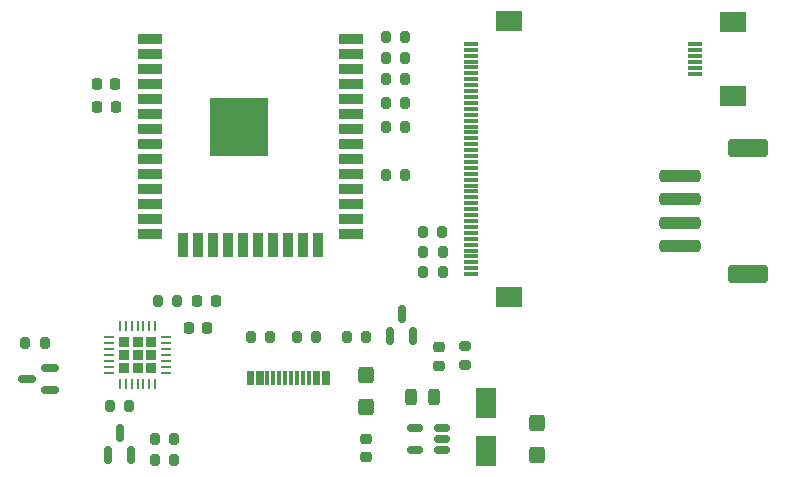
<source format=gbr>
%TF.GenerationSoftware,KiCad,Pcbnew,6.0.2+dfsg-1*%
%TF.CreationDate,2022-09-10T17:36:13-07:00*%
%TF.ProjectId,OpenHasp-1Gang,4f70656e-4861-4737-902d-3147616e672e,rev?*%
%TF.SameCoordinates,Original*%
%TF.FileFunction,Paste,Top*%
%TF.FilePolarity,Positive*%
%FSLAX46Y46*%
G04 Gerber Fmt 4.6, Leading zero omitted, Abs format (unit mm)*
G04 Created by KiCad (PCBNEW 6.0.2+dfsg-1) date 2022-09-10 17:36:13*
%MOMM*%
%LPD*%
G01*
G04 APERTURE LIST*
G04 Aperture macros list*
%AMRoundRect*
0 Rectangle with rounded corners*
0 $1 Rounding radius*
0 $2 $3 $4 $5 $6 $7 $8 $9 X,Y pos of 4 corners*
0 Add a 4 corners polygon primitive as box body*
4,1,4,$2,$3,$4,$5,$6,$7,$8,$9,$2,$3,0*
0 Add four circle primitives for the rounded corners*
1,1,$1+$1,$2,$3*
1,1,$1+$1,$4,$5*
1,1,$1+$1,$6,$7*
1,1,$1+$1,$8,$9*
0 Add four rect primitives between the rounded corners*
20,1,$1+$1,$2,$3,$4,$5,0*
20,1,$1+$1,$4,$5,$6,$7,0*
20,1,$1+$1,$6,$7,$8,$9,0*
20,1,$1+$1,$8,$9,$2,$3,0*%
G04 Aperture macros list end*
%ADD10RoundRect,0.225000X0.250000X-0.225000X0.250000X0.225000X-0.250000X0.225000X-0.250000X-0.225000X0*%
%ADD11R,1.300000X0.300000*%
%ADD12R,2.200000X1.800000*%
%ADD13RoundRect,0.150000X0.150000X-0.587500X0.150000X0.587500X-0.150000X0.587500X-0.150000X-0.587500X0*%
%ADD14RoundRect,0.200000X-0.200000X-0.275000X0.200000X-0.275000X0.200000X0.275000X-0.200000X0.275000X0*%
%ADD15RoundRect,0.150000X0.587500X0.150000X-0.587500X0.150000X-0.587500X-0.150000X0.587500X-0.150000X0*%
%ADD16RoundRect,0.200000X0.200000X0.275000X-0.200000X0.275000X-0.200000X-0.275000X0.200000X-0.275000X0*%
%ADD17RoundRect,0.225000X0.225000X0.250000X-0.225000X0.250000X-0.225000X-0.250000X0.225000X-0.250000X0*%
%ADD18RoundRect,0.225000X0.225000X0.225000X-0.225000X0.225000X-0.225000X-0.225000X0.225000X-0.225000X0*%
%ADD19RoundRect,0.062500X0.337500X0.062500X-0.337500X0.062500X-0.337500X-0.062500X0.337500X-0.062500X0*%
%ADD20RoundRect,0.062500X0.062500X0.337500X-0.062500X0.337500X-0.062500X-0.337500X0.062500X-0.337500X0*%
%ADD21RoundRect,0.200000X0.275000X-0.200000X0.275000X0.200000X-0.275000X0.200000X-0.275000X-0.200000X0*%
%ADD22RoundRect,0.225000X-0.225000X-0.250000X0.225000X-0.250000X0.225000X0.250000X-0.225000X0.250000X0*%
%ADD23RoundRect,0.250000X-0.425000X0.450000X-0.425000X-0.450000X0.425000X-0.450000X0.425000X0.450000X0*%
%ADD24R,2.000000X0.900000*%
%ADD25R,0.900000X2.000000*%
%ADD26R,5.000000X5.000000*%
%ADD27RoundRect,0.243750X0.243750X0.456250X-0.243750X0.456250X-0.243750X-0.456250X0.243750X-0.456250X0*%
%ADD28R,0.300000X1.150000*%
%ADD29R,1.800000X2.500000*%
%ADD30RoundRect,0.250000X0.425000X-0.450000X0.425000X0.450000X-0.425000X0.450000X-0.425000X-0.450000X0*%
%ADD31RoundRect,0.150000X0.512500X0.150000X-0.512500X0.150000X-0.512500X-0.150000X0.512500X-0.150000X0*%
%ADD32RoundRect,0.250000X1.500000X-0.250000X1.500000X0.250000X-1.500000X0.250000X-1.500000X-0.250000X0*%
%ADD33RoundRect,0.250001X1.449999X-0.499999X1.449999X0.499999X-1.449999X0.499999X-1.449999X-0.499999X0*%
G04 APERTURE END LIST*
D10*
%TO.C,C7*%
X113230000Y26257000D03*
X113230000Y27807000D03*
%TD*%
D11*
%TO.C,FPC2*%
X141100000Y58740000D03*
X141100000Y59240000D03*
X141100000Y59740000D03*
X141100000Y60240000D03*
X141100000Y60740000D03*
X141100000Y61240000D03*
D12*
X144350000Y56840000D03*
X144350000Y63140000D03*
%TD*%
D13*
%TO.C,Q3*%
X115328000Y36508500D03*
X117228000Y36508500D03*
X116278000Y38383500D03*
%TD*%
D14*
%TO.C,R12*%
X114945000Y61830000D03*
X116595000Y61830000D03*
%TD*%
D15*
%TO.C,Q1*%
X86481500Y31924000D03*
X86481500Y33824000D03*
X84606500Y32874000D03*
%TD*%
D16*
%TO.C,R5*%
X97037000Y27794000D03*
X95387000Y27794000D03*
%TD*%
D17*
%TO.C,C6*%
X92025000Y57870000D03*
X90475000Y57870000D03*
%TD*%
D10*
%TO.C,C2*%
X119457500Y34005000D03*
X119457500Y35555000D03*
%TD*%
D18*
%TO.C,U1*%
X92806000Y33786000D03*
X95046000Y36026000D03*
X93926000Y34906000D03*
X92806000Y36026000D03*
X95046000Y33786000D03*
X93926000Y33786000D03*
X93926000Y36026000D03*
X92806000Y34906000D03*
X95046000Y34906000D03*
D19*
X96376000Y33406000D03*
X96376000Y33906000D03*
X96376000Y34406000D03*
X96376000Y34906000D03*
X96376000Y35406000D03*
X96376000Y35906000D03*
X96376000Y36406000D03*
D20*
X95426000Y37356000D03*
X94926000Y37356000D03*
X94426000Y37356000D03*
X93926000Y37356000D03*
X93426000Y37356000D03*
X92926000Y37356000D03*
X92426000Y37356000D03*
D19*
X91476000Y36406000D03*
X91476000Y35906000D03*
X91476000Y35406000D03*
X91476000Y34906000D03*
X91476000Y34406000D03*
X91476000Y33906000D03*
X91476000Y33406000D03*
D20*
X92426000Y32456000D03*
X92926000Y32456000D03*
X93426000Y32456000D03*
X93926000Y32456000D03*
X94426000Y32456000D03*
X94926000Y32456000D03*
X95426000Y32456000D03*
%TD*%
D16*
%TO.C,R6*%
X97037000Y26016000D03*
X95387000Y26016000D03*
%TD*%
D21*
%TO.C,R2*%
X121612000Y34045000D03*
X121612000Y35695000D03*
%TD*%
D16*
%TO.C,R1*%
X97291000Y39478000D03*
X95641000Y39478000D03*
%TD*%
D22*
%TO.C,C10*%
X98244000Y37192000D03*
X99794000Y37192000D03*
%TD*%
D17*
%TO.C,C8*%
X92085000Y55930000D03*
X90535000Y55930000D03*
%TD*%
D23*
%TO.C,C5*%
X113230000Y33208000D03*
X113230000Y30508000D03*
%TD*%
D22*
%TO.C,C1*%
X98993000Y39478000D03*
X100543000Y39478000D03*
%TD*%
D14*
%TO.C,R24*%
X103515000Y36430000D03*
X105165000Y36430000D03*
%TD*%
%TO.C,R18*%
X111643000Y36430000D03*
X113293000Y36430000D03*
%TD*%
D16*
%TO.C,R25*%
X109038000Y36430000D03*
X107388000Y36430000D03*
%TD*%
D11*
%TO.C,FPC1*%
X122150000Y61250000D03*
X122150000Y60750000D03*
X122150000Y60250000D03*
X122150000Y59750000D03*
X122150000Y59250000D03*
X122150000Y58750000D03*
X122150000Y58250000D03*
X122150000Y57750000D03*
X122150000Y57250000D03*
X122150000Y56750000D03*
X122150000Y56250000D03*
X122150000Y55750000D03*
X122150000Y55250000D03*
X122150000Y54750000D03*
X122150000Y54250000D03*
X122150000Y53750000D03*
X122150000Y53250000D03*
X122150000Y52750000D03*
X122150000Y52250000D03*
X122150000Y51750000D03*
X122150000Y51250000D03*
X122150000Y50750000D03*
X122150000Y50250000D03*
X122150000Y49750000D03*
X122150000Y49250000D03*
X122150000Y48750000D03*
X122150000Y48250000D03*
X122150000Y47750000D03*
X122150000Y47250000D03*
X122150000Y46750000D03*
X122150000Y46250000D03*
X122150000Y45750000D03*
X122150000Y45250000D03*
X122150000Y44750000D03*
X122150000Y44250000D03*
X122150000Y43750000D03*
X122150000Y43250000D03*
X122150000Y42750000D03*
X122150000Y42250000D03*
X122150000Y41750000D03*
D12*
X125400000Y63150000D03*
X125400000Y39850000D03*
%TD*%
D24*
%TO.C,U4*%
X95010000Y61703000D03*
X95010000Y60433000D03*
X95010000Y59163000D03*
X95010000Y57893000D03*
X95010000Y56623000D03*
X95010000Y55353000D03*
X95010000Y54083000D03*
X95010000Y52813000D03*
X95010000Y51543000D03*
X95010000Y50273000D03*
X95010000Y49003000D03*
X95010000Y47733000D03*
X95010000Y46463000D03*
X95010000Y45193000D03*
D25*
X97795000Y44193000D03*
X99065000Y44193000D03*
X100335000Y44193000D03*
X101605000Y44193000D03*
X102875000Y44193000D03*
X104145000Y44193000D03*
X105415000Y44193000D03*
X106685000Y44193000D03*
X107955000Y44193000D03*
X109225000Y44193000D03*
D24*
X112010000Y45193000D03*
X112010000Y46463000D03*
X112010000Y47733000D03*
X112010000Y49003000D03*
X112010000Y50273000D03*
X112010000Y51543000D03*
X112010000Y52813000D03*
X112010000Y54083000D03*
X112010000Y55353000D03*
X112010000Y56623000D03*
X112010000Y57893000D03*
X112010000Y59163000D03*
X112010000Y60433000D03*
X112010000Y61703000D03*
D26*
X102510000Y54203000D03*
%TD*%
D14*
%TO.C,R3*%
X114945000Y58274000D03*
X116595000Y58274000D03*
%TD*%
%TO.C,R10*%
X91577000Y30588000D03*
X93227000Y30588000D03*
%TD*%
%TO.C,R4*%
X114945000Y56242000D03*
X116595000Y56242000D03*
%TD*%
D13*
%TO.C,Q2*%
X91452000Y26427000D03*
X93352000Y26427000D03*
X92402000Y28302000D03*
%TD*%
D27*
%TO.C,F1*%
X118993500Y31350000D03*
X117118500Y31350000D03*
%TD*%
D28*
%TO.C,J5*%
X103325000Y32970000D03*
X104125000Y32970000D03*
X105425000Y32970000D03*
X106425000Y32970000D03*
X106925000Y32970000D03*
X107925000Y32970000D03*
X109225000Y32970000D03*
X110025000Y32970000D03*
X109725000Y32970000D03*
X108925000Y32970000D03*
X108425000Y32970000D03*
X107425000Y32970000D03*
X105925000Y32970000D03*
X104925000Y32970000D03*
X104425000Y32970000D03*
X103625000Y32970000D03*
%TD*%
D14*
%TO.C,R19*%
X118075000Y45320000D03*
X119725000Y45320000D03*
%TD*%
D29*
%TO.C,D1*%
X123390000Y26810000D03*
X123390000Y30810000D03*
%TD*%
D30*
%TO.C,C4*%
X127708000Y26444000D03*
X127708000Y29144000D03*
%TD*%
D31*
%TO.C,U3*%
X119701500Y26844000D03*
X119701500Y27794000D03*
X119701500Y28744000D03*
X117426500Y28744000D03*
X117426500Y26844000D03*
%TD*%
D16*
%TO.C,R23*%
X116595000Y50146000D03*
X114945000Y50146000D03*
%TD*%
D14*
%TO.C,R20*%
X118135000Y43650000D03*
X119785000Y43650000D03*
%TD*%
%TO.C,R21*%
X118135000Y41900000D03*
X119785000Y41900000D03*
%TD*%
D16*
%TO.C,R8*%
X86052000Y35922000D03*
X84402000Y35922000D03*
%TD*%
D14*
%TO.C,R11*%
X114945000Y60052000D03*
X116595000Y60052000D03*
%TD*%
%TO.C,R7*%
X114945000Y54210000D03*
X116595000Y54210000D03*
%TD*%
D32*
%TO.C,J2*%
X139844000Y44098000D03*
X139844000Y46098000D03*
X139844000Y48098000D03*
X139844000Y50098000D03*
D33*
X145594000Y41748000D03*
X145594000Y52448000D03*
%TD*%
M02*

</source>
